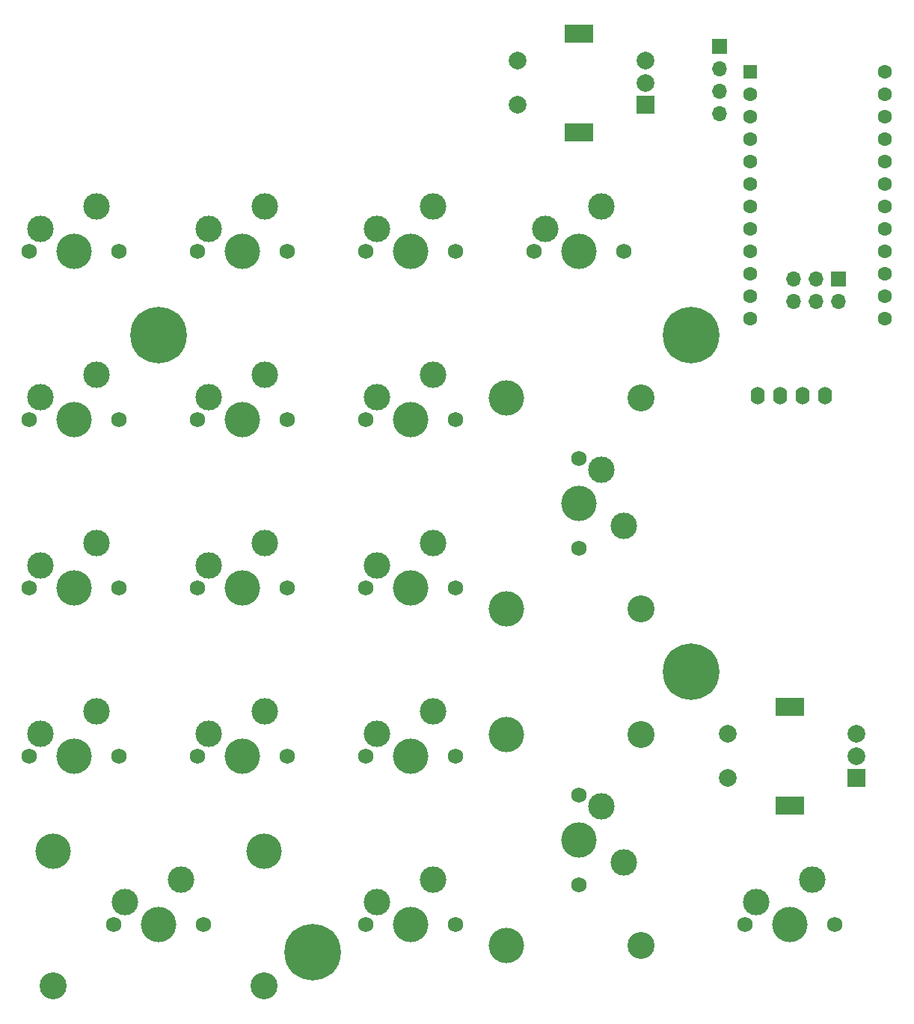
<source format=gbr>
%TF.GenerationSoftware,KiCad,Pcbnew,(6.0.0)*%
%TF.CreationDate,2022-02-13T19:49:30-05:00*%
%TF.ProjectId,numpad,6e756d70-6164-42e6-9b69-6361645f7063,rev?*%
%TF.SameCoordinates,Original*%
%TF.FileFunction,Soldermask,Top*%
%TF.FilePolarity,Negative*%
%FSLAX46Y46*%
G04 Gerber Fmt 4.6, Leading zero omitted, Abs format (unit mm)*
G04 Created by KiCad (PCBNEW (6.0.0)) date 2022-02-13 19:49:30*
%MOMM*%
%LPD*%
G01*
G04 APERTURE LIST*
%ADD10R,1.700000X1.700000*%
%ADD11O,1.700000X1.700000*%
%ADD12O,1.600000X2.000000*%
%ADD13R,2.000000X2.000000*%
%ADD14C,2.000000*%
%ADD15R,3.200000X2.000000*%
%ADD16R,1.600000X1.600000*%
%ADD17C,1.600000*%
%ADD18C,6.400000*%
%ADD19C,4.000000*%
%ADD20C,1.750000*%
%ADD21C,3.000000*%
%ADD22C,3.050000*%
G04 APERTURE END LIST*
D10*
%TO.C,J1*%
X175418600Y-92069437D03*
D11*
X175418600Y-94609437D03*
X172878600Y-92069437D03*
X172878600Y-94609437D03*
X170338600Y-92069437D03*
X170338600Y-94609437D03*
%TD*%
D12*
%TO.C,OLED1*%
X166231800Y-105280200D03*
X168771800Y-105280200D03*
X171311800Y-105280200D03*
X173851800Y-105280200D03*
%TD*%
D13*
%TO.C,ROT2*%
X177391950Y-148545050D03*
D14*
X177391950Y-143545050D03*
X177391950Y-146045050D03*
D15*
X169891950Y-140445050D03*
X169891950Y-151645050D03*
D14*
X162891950Y-143545050D03*
X162891950Y-148545050D03*
%TD*%
D10*
%TO.C,J2*%
X161924850Y-65722500D03*
D11*
X161924850Y-68262500D03*
X161924850Y-70802500D03*
X161924850Y-73342500D03*
%TD*%
D16*
%TO.C,U1*%
X165417500Y-68575050D03*
D17*
X165417500Y-71115050D03*
X165417500Y-73655050D03*
X165417500Y-76195050D03*
X165417500Y-78735050D03*
X165417500Y-81275050D03*
X165417500Y-83815050D03*
X165417500Y-86355050D03*
X165417500Y-88895050D03*
X165417500Y-91435050D03*
X165417500Y-93975050D03*
X165417500Y-96515050D03*
X180657500Y-96515050D03*
X180657500Y-93975050D03*
X180657500Y-91435050D03*
X180657500Y-88895050D03*
X180657500Y-86355050D03*
X180657500Y-83815050D03*
X180657500Y-81275050D03*
X180657500Y-78735050D03*
X180657500Y-76195050D03*
X180657500Y-73655050D03*
X180657500Y-71115050D03*
X180657500Y-68575050D03*
%TD*%
D18*
%TO.C,H1*%
X115882550Y-168270050D03*
%TD*%
%TO.C,H2*%
X158750000Y-136520050D03*
%TD*%
%TO.C,H3*%
X98420050Y-98420050D03*
%TD*%
%TO.C,H4*%
X158750000Y-98425000D03*
%TD*%
D19*
%TO.C,MX1*%
X88895050Y-88895050D03*
D20*
X93975050Y-88895050D03*
D21*
X85085050Y-86355050D03*
X91435050Y-83815050D03*
D20*
X83815050Y-88895050D03*
%TD*%
%TO.C,MX12*%
X83815050Y-146045050D03*
D19*
X88895050Y-146045050D03*
D21*
X91435050Y-140965050D03*
X85085050Y-143505050D03*
D20*
X93975050Y-146045050D03*
%TD*%
D21*
%TO.C,MX16*%
X129535050Y-160015050D03*
D20*
X132075050Y-165095050D03*
X121915050Y-165095050D03*
D21*
X123185050Y-162555050D03*
D19*
X126995050Y-165095050D03*
%TD*%
D21*
%TO.C,MX7*%
X148585050Y-83815050D03*
X142235050Y-86355050D03*
D20*
X140965050Y-88895050D03*
X151125050Y-88895050D03*
D19*
X146045050Y-88895050D03*
%TD*%
D20*
%TO.C,MX2*%
X102865050Y-88895050D03*
D19*
X107945050Y-88895050D03*
D21*
X110485050Y-83815050D03*
X104135050Y-86355050D03*
D20*
X113025050Y-88895050D03*
%TD*%
D21*
%TO.C,MX18*%
X166047550Y-162555050D03*
X172397550Y-160015050D03*
D19*
X169857550Y-165095050D03*
D20*
X164777550Y-165095050D03*
X174937550Y-165095050D03*
%TD*%
%TO.C,MX15*%
X93340050Y-165095050D03*
D19*
X98420050Y-165095050D03*
X110358050Y-156855050D03*
D22*
X86482050Y-172095050D03*
X110358050Y-172095050D03*
D20*
X103500050Y-165095050D03*
D19*
X86482050Y-156855050D03*
D21*
X94610050Y-162555050D03*
X100960050Y-160015050D03*
%TD*%
D19*
%TO.C,MX17*%
X137805050Y-167508050D03*
D21*
X148585050Y-151760050D03*
D19*
X146045050Y-155570050D03*
D21*
X151125050Y-158110050D03*
D22*
X153045050Y-167508050D03*
D20*
X146045050Y-150490050D03*
D22*
X153045050Y-143632050D03*
D19*
X137805050Y-143632050D03*
D20*
X146045050Y-160650050D03*
%TD*%
D13*
%TO.C,ROT1*%
X153545050Y-72345050D03*
D14*
X153545050Y-67345050D03*
X153545050Y-69845050D03*
D15*
X146045050Y-64245050D03*
X146045050Y-75445050D03*
D14*
X139045050Y-67345050D03*
X139045050Y-72345050D03*
%TD*%
D21*
%TO.C,MX3*%
X129535050Y-83815050D03*
D19*
X126995050Y-88895050D03*
D20*
X132075050Y-88895050D03*
X121915050Y-88895050D03*
D21*
X123185050Y-86355050D03*
%TD*%
D19*
%TO.C,MX6*%
X126995050Y-107945050D03*
D20*
X132075050Y-107945050D03*
X121915050Y-107945050D03*
D21*
X129535050Y-102865050D03*
X123185050Y-105405050D03*
%TD*%
D20*
%TO.C,MX13*%
X113025050Y-146045050D03*
D19*
X107945050Y-146045050D03*
D20*
X102865050Y-146045050D03*
D21*
X110485050Y-140965050D03*
X104135050Y-143505050D03*
%TD*%
%TO.C,MX11*%
X151125050Y-120010050D03*
D22*
X153045050Y-105532050D03*
X153045050Y-129408050D03*
D20*
X146045050Y-112390050D03*
D21*
X148585050Y-113660050D03*
D19*
X137805050Y-129408050D03*
X137805050Y-105532050D03*
D20*
X146045050Y-122550050D03*
D19*
X146045050Y-117470050D03*
%TD*%
%TO.C,MX5*%
X107945050Y-107945050D03*
D20*
X113025050Y-107945050D03*
D21*
X104135050Y-105405050D03*
X110485050Y-102865050D03*
D20*
X102865050Y-107945050D03*
%TD*%
%TO.C,MX9*%
X102865050Y-126995050D03*
X113025050Y-126995050D03*
D19*
X107945050Y-126995050D03*
D21*
X110485050Y-121915050D03*
X104135050Y-124455050D03*
%TD*%
D20*
%TO.C,MX10*%
X132075050Y-126995050D03*
D21*
X123185050Y-124455050D03*
D19*
X126995050Y-126995050D03*
D20*
X121915050Y-126995050D03*
D21*
X129535050Y-121915050D03*
%TD*%
%TO.C,MX14*%
X123185050Y-143505050D03*
D20*
X121915050Y-146045050D03*
X132075050Y-146045050D03*
D21*
X129535050Y-140965050D03*
D19*
X126995050Y-146045050D03*
%TD*%
D21*
%TO.C,MX4*%
X91435050Y-102865050D03*
D20*
X83815050Y-107945050D03*
X93975050Y-107945050D03*
D21*
X85085050Y-105405050D03*
D19*
X88895050Y-107945050D03*
%TD*%
%TO.C,MX8*%
X88895050Y-126995050D03*
D20*
X93975050Y-126995050D03*
D21*
X85085050Y-124455050D03*
D20*
X83815050Y-126995050D03*
D21*
X91435050Y-121915050D03*
%TD*%
M02*

</source>
